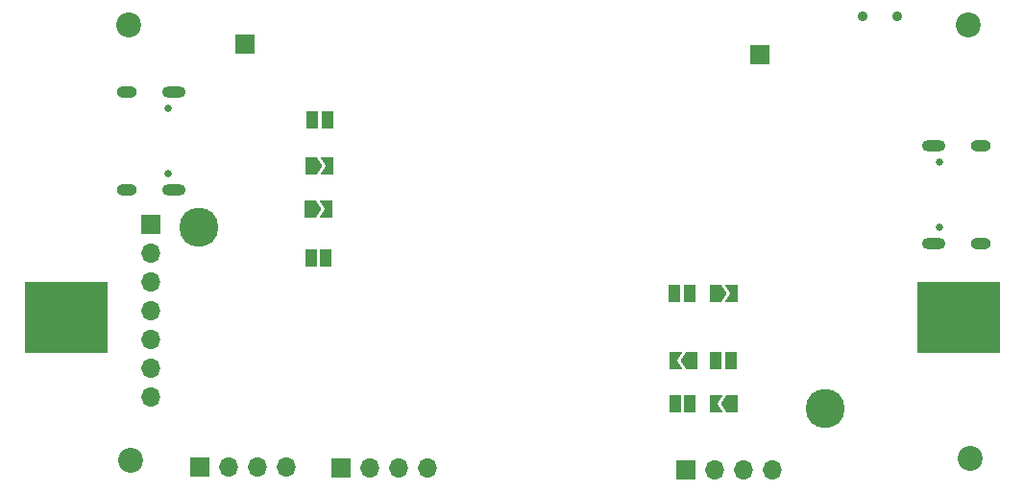
<source format=gbr>
%TF.GenerationSoftware,KiCad,Pcbnew,8.0.0*%
%TF.CreationDate,2024-06-26T14:25:48-05:00*%
%TF.ProjectId,CyberTastic,43796265-7254-4617-9374-69632e6b6963,rev?*%
%TF.SameCoordinates,Original*%
%TF.FileFunction,Soldermask,Bot*%
%TF.FilePolarity,Negative*%
%FSLAX46Y46*%
G04 Gerber Fmt 4.6, Leading zero omitted, Abs format (unit mm)*
G04 Created by KiCad (PCBNEW 8.0.0) date 2024-06-26 14:25:48*
%MOMM*%
%LPD*%
G01*
G04 APERTURE LIST*
G04 Aperture macros list*
%AMFreePoly0*
4,1,6,1.000000,0.000000,0.500000,-0.750000,-0.500000,-0.750000,-0.500000,0.750000,0.500000,0.750000,1.000000,0.000000,1.000000,0.000000,$1*%
%AMFreePoly1*
4,1,6,0.500000,-0.750000,-0.650000,-0.750000,-0.150000,0.000000,-0.650000,0.750000,0.500000,0.750000,0.500000,-0.750000,0.500000,-0.750000,$1*%
G04 Aperture macros list end*
%ADD10C,0.650000*%
%ADD11O,2.100000X1.000000*%
%ADD12O,1.800000X1.000000*%
%ADD13C,0.900000*%
%ADD14C,2.200000*%
%ADD15R,1.700000X1.700000*%
%ADD16O,1.700000X1.700000*%
%ADD17R,1.000000X1.500000*%
%ADD18FreePoly0,0.000000*%
%ADD19FreePoly1,0.000000*%
%ADD20FreePoly0,180.000000*%
%ADD21FreePoly1,180.000000*%
%ADD22C,3.450000*%
%ADD23R,7.340000X6.350000*%
G04 APERTURE END LIST*
D10*
%TO.C,J3*%
X186912500Y-136990000D03*
X186912500Y-131210000D03*
D11*
X186412500Y-138420000D03*
D12*
X190562500Y-138420000D03*
D11*
X186412500Y-129780000D03*
D12*
X190562500Y-129780000D03*
%TD*%
D13*
%TO.C,SW3*%
X183200000Y-118400000D03*
X180200000Y-118400000D03*
%TD*%
D10*
%TO.C,J1*%
X118972500Y-126505000D03*
X118972500Y-132285000D03*
D11*
X119472500Y-125075000D03*
D12*
X115322500Y-125075000D03*
D11*
X119472500Y-133715000D03*
D12*
X115322500Y-133715000D03*
%TD*%
D14*
%TO.C,H4*%
X115700000Y-157600000D03*
%TD*%
D15*
%TO.C,J5*%
X117400000Y-136720000D03*
D16*
X117400000Y-139260000D03*
X117400000Y-141800000D03*
X117400000Y-144340000D03*
X117400000Y-146880000D03*
X117400000Y-149420000D03*
X117400000Y-151960000D03*
%TD*%
D15*
%TO.C,J6*%
X125700000Y-120800000D03*
%TD*%
D14*
%TO.C,H1*%
X115500000Y-119100000D03*
%TD*%
D15*
%TO.C,J7*%
X171100000Y-121800000D03*
%TD*%
%TO.C,J9*%
X134200000Y-158260000D03*
D16*
X136740000Y-158260000D03*
X139280000Y-158260000D03*
X141820000Y-158260000D03*
%TD*%
D15*
%TO.C,J4*%
X121800000Y-158200000D03*
D16*
X124340000Y-158200000D03*
X126880000Y-158200000D03*
X129420000Y-158200000D03*
%TD*%
D15*
%TO.C,J8*%
X164600000Y-158400000D03*
D16*
X167140000Y-158400000D03*
X169680000Y-158400000D03*
X172220000Y-158400000D03*
%TD*%
D14*
%TO.C,H3*%
X189700000Y-157400000D03*
%TD*%
%TO.C,H2*%
X189500000Y-119100000D03*
%TD*%
D17*
%TO.C,JP4*%
X164950000Y-152600000D03*
X163650000Y-152600000D03*
%TD*%
D18*
%TO.C,JP7*%
X131575000Y-131600000D03*
D19*
X133025000Y-131600000D03*
%TD*%
D17*
%TO.C,JP2*%
X168550000Y-148800000D03*
X167250000Y-148800000D03*
%TD*%
D20*
%TO.C,JP3*%
X165100000Y-148800000D03*
D21*
X163650000Y-148800000D03*
%TD*%
D17*
%TO.C,JP10*%
X131550000Y-139700000D03*
X132850000Y-139700000D03*
%TD*%
D18*
%TO.C,JP6*%
X167200000Y-142800000D03*
D19*
X168650000Y-142800000D03*
%TD*%
D20*
%TO.C,JP1*%
X168700000Y-152600000D03*
D21*
X167250000Y-152600000D03*
%TD*%
D17*
%TO.C,JP5*%
X163600000Y-142800000D03*
X164900000Y-142800000D03*
%TD*%
%TO.C,JP9*%
X131700000Y-127500000D03*
X133000000Y-127500000D03*
%TD*%
D22*
%TO.C,BT1*%
X176900000Y-153000000D03*
X121700000Y-137000000D03*
D23*
X188630000Y-145000000D03*
X109970000Y-145000000D03*
%TD*%
D18*
%TO.C,JP8*%
X131500000Y-135400000D03*
D19*
X132950000Y-135400000D03*
%TD*%
M02*

</source>
